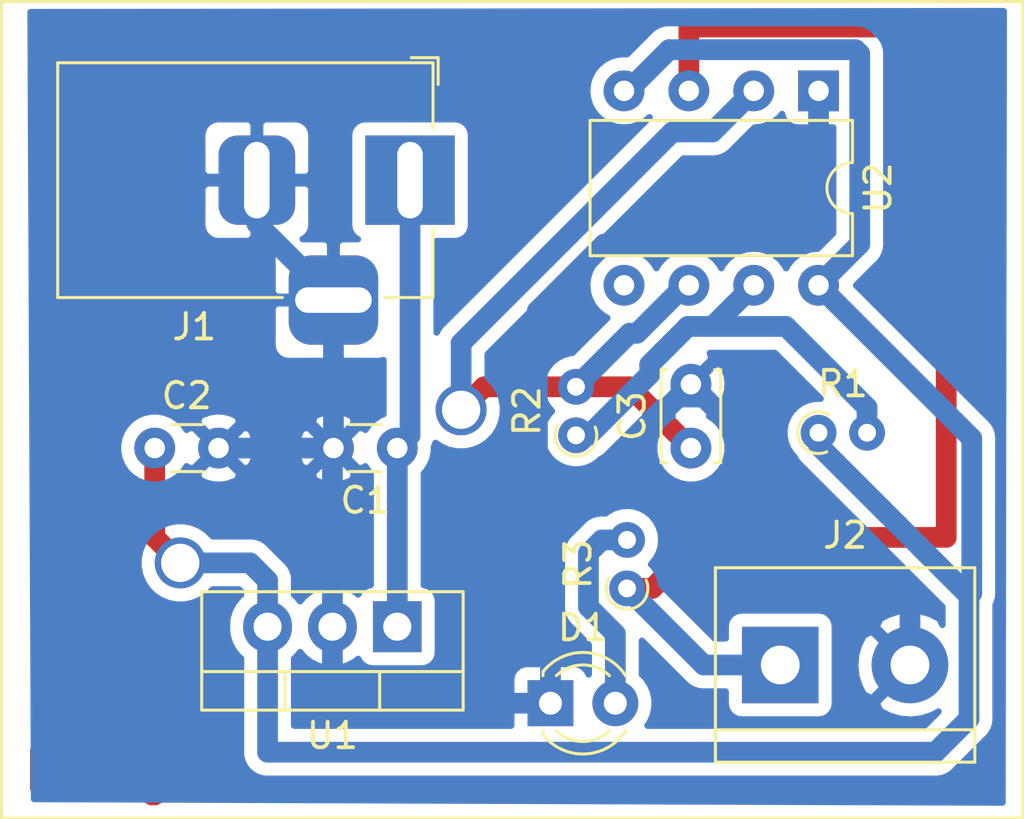
<source format=kicad_pcb>
(kicad_pcb (version 20171130) (host pcbnew "(5.1.2)-2")

  (general
    (thickness 1.6)
    (drawings 5)
    (tracks 87)
    (zones 0)
    (modules 11)
    (nets 9)
  )

  (page A4)
  (title_block
    (title "Project 2")
    (date 2019-06-25)
    (rev 2.0)
    (company "Fruti Fruticola")
  )

  (layers
    (0 F.Cu signal)
    (31 B.Cu signal)
    (32 B.Adhes user)
    (33 F.Adhes user)
    (34 B.Paste user)
    (35 F.Paste user)
    (36 B.SilkS user)
    (37 F.SilkS user)
    (38 B.Mask user)
    (39 F.Mask user)
    (40 Dwgs.User user)
    (41 Cmts.User user)
    (42 Eco1.User user)
    (43 Eco2.User user)
    (44 Edge.Cuts user)
    (45 Margin user)
    (46 B.CrtYd user)
    (47 F.CrtYd user)
    (48 B.Fab user)
    (49 F.Fab user)
  )

  (setup
    (last_trace_width 0.8128)
    (user_trace_width 0.3048)
    (user_trace_width 0.4064)
    (user_trace_width 0.508)
    (user_trace_width 0.6096)
    (user_trace_width 0.8128)
    (trace_clearance 0.4064)
    (zone_clearance 0.508)
    (zone_45_only no)
    (trace_min 0.3048)
    (via_size 1.2)
    (via_drill 0.8)
    (via_min_size 1.2)
    (via_min_drill 0.5)
    (user_via 1.2 0.8)
    (user_via 1.5 0.5)
    (user_via 2 1.5)
    (uvia_size 0.508)
    (uvia_drill 0.127)
    (uvias_allowed no)
    (uvia_min_size 0.508)
    (uvia_min_drill 0.127)
    (edge_width 0.05)
    (segment_width 0.2)
    (pcb_text_width 0.3)
    (pcb_text_size 1.5 1.5)
    (mod_edge_width 0.12)
    (mod_text_size 1 1)
    (mod_text_width 0.15)
    (pad_size 1.524 1.524)
    (pad_drill 0.762)
    (pad_to_mask_clearance 0.051)
    (solder_mask_min_width 0.25)
    (aux_axis_origin 0 0)
    (visible_elements 7FFDFFFF)
    (pcbplotparams
      (layerselection 0x010fc_ffffffff)
      (usegerberextensions false)
      (usegerberattributes false)
      (usegerberadvancedattributes false)
      (creategerberjobfile false)
      (excludeedgelayer true)
      (linewidth 0.100000)
      (plotframeref false)
      (viasonmask false)
      (mode 1)
      (useauxorigin false)
      (hpglpennumber 1)
      (hpglpenspeed 20)
      (hpglpendiameter 15.000000)
      (psnegative false)
      (psa4output false)
      (plotreference true)
      (plotvalue true)
      (plotinvisibletext false)
      (padsonsilk false)
      (subtractmaskfromsilk false)
      (outputformat 1)
      (mirror false)
      (drillshape 0)
      (scaleselection 1)
      (outputdirectory ""))
  )

  (net 0 "")
  (net 1 +12V)
  (net 2 GND)
  (net 3 VCC)
  (net 4 "Net-(C3-Pad1)")
  (net 5 "Net-(D1-Pad2)")
  (net 6 /OUT)
  (net 7 "Net-(R1-Pad2)")
  (net 8 "Net-(U2-Pad5)")

  (net_class Default "Esta es la clase de red por defecto."
    (clearance 0.4064)
    (trace_width 0.3048)
    (via_dia 1.2)
    (via_drill 0.8)
    (uvia_dia 0.508)
    (uvia_drill 0.127)
    (diff_pair_width 0.3048)
    (diff_pair_gap 0.25)
    (add_net /OUT)
    (add_net GND)
    (add_net "Net-(C3-Pad1)")
    (add_net "Net-(D1-Pad2)")
    (add_net "Net-(R1-Pad2)")
    (add_net "Net-(U2-Pad5)")
    (add_net VCC)
  )

  (net_class Alimentación ""
    (clearance 0.508)
    (trace_width 1.106)
    (via_dia 2)
    (via_drill 1.5)
    (uvia_dia 0.508)
    (uvia_drill 0.127)
    (diff_pair_width 0.3048)
    (diff_pair_gap 0.25)
    (add_net +12V)
  )

  (module Capacitor_THT:C_Disc_D3.0mm_W1.6mm_P2.50mm (layer F.Cu) (tedit 5AE50EF0) (tstamp 5D1218FD)
    (at 139.5 98.5 180)
    (descr "C, Disc series, Radial, pin pitch=2.50mm, , diameter*width=3.0*1.6mm^2, Capacitor, http://www.vishay.com/docs/45233/krseries.pdf")
    (tags "C Disc series Radial pin pitch 2.50mm  diameter 3.0mm width 1.6mm Capacitor")
    (path /5D11BCF1)
    (fp_text reference C1 (at 1.25 -2.05) (layer F.SilkS)
      (effects (font (size 1 1) (thickness 0.15)))
    )
    (fp_text value "100 uF" (at 1.25 2.05) (layer F.Fab)
      (effects (font (size 1 1) (thickness 0.15)))
    )
    (fp_line (start -0.25 -0.8) (end -0.25 0.8) (layer F.Fab) (width 0.1))
    (fp_line (start -0.25 0.8) (end 2.75 0.8) (layer F.Fab) (width 0.1))
    (fp_line (start 2.75 0.8) (end 2.75 -0.8) (layer F.Fab) (width 0.1))
    (fp_line (start 2.75 -0.8) (end -0.25 -0.8) (layer F.Fab) (width 0.1))
    (fp_line (start 0.621 -0.92) (end 1.879 -0.92) (layer F.SilkS) (width 0.12))
    (fp_line (start 0.621 0.92) (end 1.879 0.92) (layer F.SilkS) (width 0.12))
    (fp_line (start -1.05 -1.05) (end -1.05 1.05) (layer F.CrtYd) (width 0.05))
    (fp_line (start -1.05 1.05) (end 3.55 1.05) (layer F.CrtYd) (width 0.05))
    (fp_line (start 3.55 1.05) (end 3.55 -1.05) (layer F.CrtYd) (width 0.05))
    (fp_line (start 3.55 -1.05) (end -1.05 -1.05) (layer F.CrtYd) (width 0.05))
    (fp_text user %R (at 1.5 0.5) (layer F.Fab)
      (effects (font (size 0.6 0.6) (thickness 0.09)))
    )
    (pad 1 thru_hole circle (at 0 0 180) (size 1.6 1.6) (drill 0.8) (layers *.Cu *.Mask)
      (net 1 +12V))
    (pad 2 thru_hole circle (at 2.5 0 180) (size 1.6 1.6) (drill 0.8) (layers *.Cu *.Mask)
      (net 2 GND))
    (model ${KISYS3DMOD}/Capacitor_THT.3dshapes/C_Disc_D3.0mm_W1.6mm_P2.50mm.wrl
      (at (xyz 0 0 0))
      (scale (xyz 1 1 1))
      (rotate (xyz 0 0 0))
    )
  )

  (module Capacitor_THT:C_Disc_D3.0mm_W1.6mm_P2.50mm (layer F.Cu) (tedit 5AE50EF0) (tstamp 5D120F74)
    (at 130 98.5)
    (descr "C, Disc series, Radial, pin pitch=2.50mm, , diameter*width=3.0*1.6mm^2, Capacitor, http://www.vishay.com/docs/45233/krseries.pdf")
    (tags "C Disc series Radial pin pitch 2.50mm  diameter 3.0mm width 1.6mm Capacitor")
    (path /5D11C4C2)
    (fp_text reference C2 (at 1.25 -2.05) (layer F.SilkS)
      (effects (font (size 1 1) (thickness 0.15)))
    )
    (fp_text value "100 uF" (at 1.25 2.05) (layer F.Fab)
      (effects (font (size 1 1) (thickness 0.15)))
    )
    (fp_text user %R (at 1.25 0) (layer F.Fab)
      (effects (font (size 0.6 0.6) (thickness 0.09)))
    )
    (fp_line (start 3.55 -1.05) (end -1.05 -1.05) (layer F.CrtYd) (width 0.05))
    (fp_line (start 3.55 1.05) (end 3.55 -1.05) (layer F.CrtYd) (width 0.05))
    (fp_line (start -1.05 1.05) (end 3.55 1.05) (layer F.CrtYd) (width 0.05))
    (fp_line (start -1.05 -1.05) (end -1.05 1.05) (layer F.CrtYd) (width 0.05))
    (fp_line (start 0.621 0.92) (end 1.879 0.92) (layer F.SilkS) (width 0.12))
    (fp_line (start 0.621 -0.92) (end 1.879 -0.92) (layer F.SilkS) (width 0.12))
    (fp_line (start 2.75 -0.8) (end -0.25 -0.8) (layer F.Fab) (width 0.1))
    (fp_line (start 2.75 0.8) (end 2.75 -0.8) (layer F.Fab) (width 0.1))
    (fp_line (start -0.25 0.8) (end 2.75 0.8) (layer F.Fab) (width 0.1))
    (fp_line (start -0.25 -0.8) (end -0.25 0.8) (layer F.Fab) (width 0.1))
    (pad 2 thru_hole circle (at 2.5 0) (size 1.6 1.6) (drill 0.8) (layers *.Cu *.Mask)
      (net 2 GND))
    (pad 1 thru_hole circle (at 0 0) (size 1.6 1.6) (drill 0.8) (layers *.Cu *.Mask)
      (net 3 VCC))
    (model ${KISYS3DMOD}/Capacitor_THT.3dshapes/C_Disc_D3.0mm_W1.6mm_P2.50mm.wrl
      (at (xyz 0 0 0))
      (scale (xyz 1 1 1))
      (rotate (xyz 0 0 0))
    )
  )

  (module Capacitor_THT:C_Disc_D3.4mm_W2.1mm_P2.50mm (layer F.Cu) (tedit 5AE50EF0) (tstamp 5D120F89)
    (at 151 98.5 90)
    (descr "C, Disc series, Radial, pin pitch=2.50mm, , diameter*width=3.4*2.1mm^2, Capacitor, http://www.vishay.com/docs/45233/krseries.pdf")
    (tags "C Disc series Radial pin pitch 2.50mm  diameter 3.4mm width 2.1mm Capacitor")
    (path /5D115FC6)
    (fp_text reference C3 (at 1.25 -2.3 90) (layer F.SilkS)
      (effects (font (size 1 1) (thickness 0.15)))
    )
    (fp_text value "10 nF" (at 1.25 2.3 90) (layer F.Fab)
      (effects (font (size 1 1) (thickness 0.15)))
    )
    (fp_line (start -0.45 -1.05) (end -0.45 1.05) (layer F.Fab) (width 0.1))
    (fp_line (start -0.45 1.05) (end 2.95 1.05) (layer F.Fab) (width 0.1))
    (fp_line (start 2.95 1.05) (end 2.95 -1.05) (layer F.Fab) (width 0.1))
    (fp_line (start 2.95 -1.05) (end -0.45 -1.05) (layer F.Fab) (width 0.1))
    (fp_line (start -0.57 -1.17) (end 3.07 -1.17) (layer F.SilkS) (width 0.12))
    (fp_line (start -0.57 1.17) (end 3.07 1.17) (layer F.SilkS) (width 0.12))
    (fp_line (start -0.57 -1.17) (end -0.57 -0.925) (layer F.SilkS) (width 0.12))
    (fp_line (start -0.57 0.925) (end -0.57 1.17) (layer F.SilkS) (width 0.12))
    (fp_line (start 3.07 -1.17) (end 3.07 -0.925) (layer F.SilkS) (width 0.12))
    (fp_line (start 3.07 0.925) (end 3.07 1.17) (layer F.SilkS) (width 0.12))
    (fp_line (start -1.05 -1.3) (end -1.05 1.3) (layer F.CrtYd) (width 0.05))
    (fp_line (start -1.05 1.3) (end 3.55 1.3) (layer F.CrtYd) (width 0.05))
    (fp_line (start 3.55 1.3) (end 3.55 -1.3) (layer F.CrtYd) (width 0.05))
    (fp_line (start 3.55 -1.3) (end -1.05 -1.3) (layer F.CrtYd) (width 0.05))
    (fp_text user %R (at 1.25 0) (layer F.Fab)
      (effects (font (size 0.68 0.68) (thickness 0.102)))
    )
    (pad 1 thru_hole circle (at 0 0 90) (size 1.6 1.6) (drill 0.8) (layers *.Cu *.Mask)
      (net 4 "Net-(C3-Pad1)"))
    (pad 2 thru_hole circle (at 2.5 0 90) (size 1.6 1.6) (drill 0.8) (layers *.Cu *.Mask)
      (net 2 GND))
    (model ${KISYS3DMOD}/Capacitor_THT.3dshapes/C_Disc_D3.4mm_W2.1mm_P2.50mm.wrl
      (at (xyz 0 0 0))
      (scale (xyz 1 1 1))
      (rotate (xyz 0 0 0))
    )
  )

  (module LED_THT:LED_D3.0mm (layer F.Cu) (tedit 587A3A7B) (tstamp 5D120F9C)
    (at 145.5 108.5)
    (descr "LED, diameter 3.0mm, 2 pins")
    (tags "LED diameter 3.0mm 2 pins")
    (path /5D121512)
    (fp_text reference D1 (at 1.27 -2.96) (layer F.SilkS)
      (effects (font (size 1 1) (thickness 0.15)))
    )
    (fp_text value LED (at 1.27 2.96) (layer F.Fab)
      (effects (font (size 1 1) (thickness 0.15)))
    )
    (fp_arc (start 1.27 0) (end -0.23 -1.16619) (angle 284.3) (layer F.Fab) (width 0.1))
    (fp_arc (start 1.27 0) (end -0.29 -1.235516) (angle 108.8) (layer F.SilkS) (width 0.12))
    (fp_arc (start 1.27 0) (end -0.29 1.235516) (angle -108.8) (layer F.SilkS) (width 0.12))
    (fp_arc (start 1.27 0) (end 0.229039 -1.08) (angle 87.9) (layer F.SilkS) (width 0.12))
    (fp_arc (start 1.27 0) (end 0.229039 1.08) (angle -87.9) (layer F.SilkS) (width 0.12))
    (fp_circle (center 1.27 0) (end 2.77 0) (layer F.Fab) (width 0.1))
    (fp_line (start -0.23 -1.16619) (end -0.23 1.16619) (layer F.Fab) (width 0.1))
    (fp_line (start -0.29 -1.236) (end -0.29 -1.08) (layer F.SilkS) (width 0.12))
    (fp_line (start -0.29 1.08) (end -0.29 1.236) (layer F.SilkS) (width 0.12))
    (fp_line (start -1.15 -2.25) (end -1.15 2.25) (layer F.CrtYd) (width 0.05))
    (fp_line (start -1.15 2.25) (end 3.7 2.25) (layer F.CrtYd) (width 0.05))
    (fp_line (start 3.7 2.25) (end 3.7 -2.25) (layer F.CrtYd) (width 0.05))
    (fp_line (start 3.7 -2.25) (end -1.15 -2.25) (layer F.CrtYd) (width 0.05))
    (pad 1 thru_hole rect (at 0 0) (size 1.8 1.8) (drill 0.9) (layers *.Cu *.Mask)
      (net 2 GND))
    (pad 2 thru_hole circle (at 2.54 0) (size 1.8 1.8) (drill 0.9) (layers *.Cu *.Mask)
      (net 5 "Net-(D1-Pad2)"))
    (model ${KISYS3DMOD}/LED_THT.3dshapes/LED_D3.0mm.wrl
      (at (xyz 0 0 0))
      (scale (xyz 1 1 1))
      (rotate (xyz 0 0 0))
    )
  )

  (module Connector_BarrelJack:BarrelJack_Horizontal (layer F.Cu) (tedit 5A1DBF6A) (tstamp 5D120FBF)
    (at 140 88)
    (descr "DC Barrel Jack")
    (tags "Power Jack")
    (path /5D10B3BA)
    (fp_text reference J1 (at -8.45 5.75) (layer F.SilkS)
      (effects (font (size 1 1) (thickness 0.15)))
    )
    (fp_text value jack (at -6.2 -5.5) (layer F.Fab)
      (effects (font (size 1 1) (thickness 0.15)))
    )
    (fp_text user %R (at -3 -2.95) (layer F.Fab)
      (effects (font (size 1 1) (thickness 0.15)))
    )
    (fp_line (start -0.003213 -4.505425) (end 0.8 -3.75) (layer F.Fab) (width 0.1))
    (fp_line (start 1.1 -3.75) (end 1.1 -4.8) (layer F.SilkS) (width 0.12))
    (fp_line (start 0.05 -4.8) (end 1.1 -4.8) (layer F.SilkS) (width 0.12))
    (fp_line (start 1 -4.5) (end 1 -4.75) (layer F.CrtYd) (width 0.05))
    (fp_line (start 1 -4.75) (end -14 -4.75) (layer F.CrtYd) (width 0.05))
    (fp_line (start 1 -4.5) (end 1 -2) (layer F.CrtYd) (width 0.05))
    (fp_line (start 1 -2) (end 2 -2) (layer F.CrtYd) (width 0.05))
    (fp_line (start 2 -2) (end 2 2) (layer F.CrtYd) (width 0.05))
    (fp_line (start 2 2) (end 1 2) (layer F.CrtYd) (width 0.05))
    (fp_line (start 1 2) (end 1 4.75) (layer F.CrtYd) (width 0.05))
    (fp_line (start 1 4.75) (end -1 4.75) (layer F.CrtYd) (width 0.05))
    (fp_line (start -1 4.75) (end -1 6.75) (layer F.CrtYd) (width 0.05))
    (fp_line (start -1 6.75) (end -5 6.75) (layer F.CrtYd) (width 0.05))
    (fp_line (start -5 6.75) (end -5 4.75) (layer F.CrtYd) (width 0.05))
    (fp_line (start -5 4.75) (end -14 4.75) (layer F.CrtYd) (width 0.05))
    (fp_line (start -14 4.75) (end -14 -4.75) (layer F.CrtYd) (width 0.05))
    (fp_line (start -5 4.6) (end -13.8 4.6) (layer F.SilkS) (width 0.12))
    (fp_line (start -13.8 4.6) (end -13.8 -4.6) (layer F.SilkS) (width 0.12))
    (fp_line (start 0.9 1.9) (end 0.9 4.6) (layer F.SilkS) (width 0.12))
    (fp_line (start 0.9 4.6) (end -1 4.6) (layer F.SilkS) (width 0.12))
    (fp_line (start -13.8 -4.6) (end 0.9 -4.6) (layer F.SilkS) (width 0.12))
    (fp_line (start 0.9 -4.6) (end 0.9 -2) (layer F.SilkS) (width 0.12))
    (fp_line (start -10.2 -4.5) (end -10.2 4.5) (layer F.Fab) (width 0.1))
    (fp_line (start -13.7 -4.5) (end -13.7 4.5) (layer F.Fab) (width 0.1))
    (fp_line (start -13.7 4.5) (end 0.8 4.5) (layer F.Fab) (width 0.1))
    (fp_line (start 0.8 4.5) (end 0.8 -3.75) (layer F.Fab) (width 0.1))
    (fp_line (start 0 -4.5) (end -13.7 -4.5) (layer F.Fab) (width 0.1))
    (pad 1 thru_hole rect (at 0 0) (size 3.5 3.5) (drill oval 1 3) (layers *.Cu *.Mask)
      (net 1 +12V))
    (pad 2 thru_hole roundrect (at -6 0) (size 3 3.5) (drill oval 1 3) (layers *.Cu *.Mask) (roundrect_rratio 0.25)
      (net 2 GND))
    (pad 3 thru_hole roundrect (at -3 4.7) (size 3.5 3.5) (drill oval 3 1) (layers *.Cu *.Mask) (roundrect_rratio 0.25)
      (net 2 GND))
    (model ${KISYS3DMOD}/Connector_BarrelJack.3dshapes/BarrelJack_Horizontal.wrl
      (at (xyz 0 0 0))
      (scale (xyz 1 1 1))
      (rotate (xyz 0 0 0))
    )
  )

  (module TerminalBlock:TerminalBlock_bornier-2_P5.08mm (layer F.Cu) (tedit 59FF03AB) (tstamp 5D120FD4)
    (at 154.5 107)
    (descr "simple 2-pin terminal block, pitch 5.08mm, revamped version of bornier2")
    (tags "terminal block bornier2")
    (path /5D12A045)
    (fp_text reference J2 (at 2.54 -5.08) (layer F.SilkS)
      (effects (font (size 1 1) (thickness 0.15)))
    )
    (fp_text value Conn_2 (at 2.54 5.08) (layer F.Fab)
      (effects (font (size 1 1) (thickness 0.15)))
    )
    (fp_text user %R (at 2.54 0) (layer F.Fab)
      (effects (font (size 1 1) (thickness 0.15)))
    )
    (fp_line (start -2.41 2.55) (end 7.49 2.55) (layer F.Fab) (width 0.1))
    (fp_line (start -2.46 -3.75) (end -2.46 3.75) (layer F.Fab) (width 0.1))
    (fp_line (start -2.46 3.75) (end 7.54 3.75) (layer F.Fab) (width 0.1))
    (fp_line (start 7.54 3.75) (end 7.54 -3.75) (layer F.Fab) (width 0.1))
    (fp_line (start 7.54 -3.75) (end -2.46 -3.75) (layer F.Fab) (width 0.1))
    (fp_line (start 7.62 2.54) (end -2.54 2.54) (layer F.SilkS) (width 0.12))
    (fp_line (start 7.62 3.81) (end 7.62 -3.81) (layer F.SilkS) (width 0.12))
    (fp_line (start 7.62 -3.81) (end -2.54 -3.81) (layer F.SilkS) (width 0.12))
    (fp_line (start -2.54 -3.81) (end -2.54 3.81) (layer F.SilkS) (width 0.12))
    (fp_line (start -2.54 3.81) (end 7.62 3.81) (layer F.SilkS) (width 0.12))
    (fp_line (start -2.71 -4) (end 7.79 -4) (layer F.CrtYd) (width 0.05))
    (fp_line (start -2.71 -4) (end -2.71 4) (layer F.CrtYd) (width 0.05))
    (fp_line (start 7.79 4) (end 7.79 -4) (layer F.CrtYd) (width 0.05))
    (fp_line (start 7.79 4) (end -2.71 4) (layer F.CrtYd) (width 0.05))
    (pad 1 thru_hole rect (at 0 0) (size 3 3) (drill 1.52) (layers *.Cu *.Mask)
      (net 6 /OUT))
    (pad 2 thru_hole circle (at 5.08 0) (size 3 3) (drill 1.52) (layers *.Cu *.Mask)
      (net 2 GND))
    (model ${KISYS3DMOD}/TerminalBlock.3dshapes/TerminalBlock_bornier-2_P5.08mm.wrl
      (offset (xyz 2.539999961853027 0 0))
      (scale (xyz 1 1 1))
      (rotate (xyz 0 0 0))
    )
  )

  (module Resistor_THT:R_Axial_DIN0204_L3.6mm_D1.6mm_P1.90mm_Vertical (layer F.Cu) (tedit 5AE5139B) (tstamp 5D120FE2)
    (at 156 97.9)
    (descr "Resistor, Axial_DIN0204 series, Axial, Vertical, pin pitch=1.9mm, 0.167W, length*diameter=3.6*1.6mm^2, http://cdn-reichelt.de/documents/datenblatt/B400/1_4W%23YAG.pdf")
    (tags "Resistor Axial_DIN0204 series Axial Vertical pin pitch 1.9mm 0.167W length 3.6mm diameter 1.6mm")
    (path /5D110A4B)
    (fp_text reference R1 (at 0.95 -1.92) (layer F.SilkS)
      (effects (font (size 1 1) (thickness 0.15)))
    )
    (fp_text value "10 K" (at 0.95 1.92) (layer F.Fab)
      (effects (font (size 1 1) (thickness 0.15)))
    )
    (fp_arc (start 0 0) (end 0.417133 -0.7) (angle -233.92106) (layer F.SilkS) (width 0.12))
    (fp_circle (center 0 0) (end 0.8 0) (layer F.Fab) (width 0.1))
    (fp_line (start 0 0) (end 1.9 0) (layer F.Fab) (width 0.1))
    (fp_line (start -1.05 -1.05) (end -1.05 1.05) (layer F.CrtYd) (width 0.05))
    (fp_line (start -1.05 1.05) (end 2.86 1.05) (layer F.CrtYd) (width 0.05))
    (fp_line (start 2.86 1.05) (end 2.86 -1.05) (layer F.CrtYd) (width 0.05))
    (fp_line (start 2.86 -1.05) (end -1.05 -1.05) (layer F.CrtYd) (width 0.05))
    (fp_text user %R (at 0.95 -1.92) (layer F.Fab)
      (effects (font (size 1 1) (thickness 0.15)))
    )
    (pad 1 thru_hole circle (at 0 0) (size 1.4 1.4) (drill 0.7) (layers *.Cu *.Mask)
      (net 3 VCC))
    (pad 2 thru_hole oval (at 1.9 0) (size 1.4 1.4) (drill 0.7) (layers *.Cu *.Mask)
      (net 7 "Net-(R1-Pad2)"))
    (model ${KISYS3DMOD}/Resistor_THT.3dshapes/R_Axial_DIN0204_L3.6mm_D1.6mm_P1.90mm_Vertical.wrl
      (at (xyz 0 0 0))
      (scale (xyz 1 1 1))
      (rotate (xyz 0 0 0))
    )
  )

  (module Resistor_THT:R_Axial_DIN0204_L3.6mm_D1.6mm_P1.90mm_Vertical (layer F.Cu) (tedit 5AE5139B) (tstamp 5D120FF0)
    (at 146.5 98 90)
    (descr "Resistor, Axial_DIN0204 series, Axial, Vertical, pin pitch=1.9mm, 0.167W, length*diameter=3.6*1.6mm^2, http://cdn-reichelt.de/documents/datenblatt/B400/1_4W%23YAG.pdf")
    (tags "Resistor Axial_DIN0204 series Axial Vertical pin pitch 1.9mm 0.167W length 3.6mm diameter 1.6mm")
    (path /5D1126CE)
    (fp_text reference R2 (at 0.95 -1.92 90) (layer F.SilkS)
      (effects (font (size 1 1) (thickness 0.15)))
    )
    (fp_text value 120 (at 0.95 1.92 90) (layer F.Fab)
      (effects (font (size 1 1) (thickness 0.15)))
    )
    (fp_arc (start 0 0) (end 0.417133 -0.7) (angle -233.92106) (layer F.SilkS) (width 0.12))
    (fp_circle (center 0 0) (end 0.8 0) (layer F.Fab) (width 0.1))
    (fp_line (start 0 0) (end 1.9 0) (layer F.Fab) (width 0.1))
    (fp_line (start -1.05 -1.05) (end -1.05 1.05) (layer F.CrtYd) (width 0.05))
    (fp_line (start -1.05 1.05) (end 2.86 1.05) (layer F.CrtYd) (width 0.05))
    (fp_line (start 2.86 1.05) (end 2.86 -1.05) (layer F.CrtYd) (width 0.05))
    (fp_line (start 2.86 -1.05) (end -1.05 -1.05) (layer F.CrtYd) (width 0.05))
    (fp_text user %R (at 0.95 -1.92 90) (layer F.Fab)
      (effects (font (size 1 1) (thickness 0.15)))
    )
    (pad 1 thru_hole circle (at 0 0 90) (size 1.4 1.4) (drill 0.7) (layers *.Cu *.Mask)
      (net 7 "Net-(R1-Pad2)"))
    (pad 2 thru_hole oval (at 1.9 0 90) (size 1.4 1.4) (drill 0.7) (layers *.Cu *.Mask)
      (net 4 "Net-(C3-Pad1)"))
    (model ${KISYS3DMOD}/Resistor_THT.3dshapes/R_Axial_DIN0204_L3.6mm_D1.6mm_P1.90mm_Vertical.wrl
      (at (xyz 0 0 0))
      (scale (xyz 1 1 1))
      (rotate (xyz 0 0 0))
    )
  )

  (module Resistor_THT:R_Axial_DIN0204_L3.6mm_D1.6mm_P1.90mm_Vertical (layer F.Cu) (tedit 5AE5139B) (tstamp 5D120FFE)
    (at 148.5 104 90)
    (descr "Resistor, Axial_DIN0204 series, Axial, Vertical, pin pitch=1.9mm, 0.167W, length*diameter=3.6*1.6mm^2, http://cdn-reichelt.de/documents/datenblatt/B400/1_4W%23YAG.pdf")
    (tags "Resistor Axial_DIN0204 series Axial Vertical pin pitch 1.9mm 0.167W length 3.6mm diameter 1.6mm")
    (path /5D120A2A)
    (fp_text reference R3 (at 0.95 -1.92 90) (layer F.SilkS)
      (effects (font (size 1 1) (thickness 0.15)))
    )
    (fp_text value 330 (at 0.95 1.92 90) (layer F.Fab)
      (effects (font (size 1 1) (thickness 0.15)))
    )
    (fp_text user %R (at 0.95 -1.92 90) (layer F.Fab)
      (effects (font (size 1 1) (thickness 0.15)))
    )
    (fp_line (start 2.86 -1.05) (end -1.05 -1.05) (layer F.CrtYd) (width 0.05))
    (fp_line (start 2.86 1.05) (end 2.86 -1.05) (layer F.CrtYd) (width 0.05))
    (fp_line (start -1.05 1.05) (end 2.86 1.05) (layer F.CrtYd) (width 0.05))
    (fp_line (start -1.05 -1.05) (end -1.05 1.05) (layer F.CrtYd) (width 0.05))
    (fp_line (start 0 0) (end 1.9 0) (layer F.Fab) (width 0.1))
    (fp_circle (center 0 0) (end 0.8 0) (layer F.Fab) (width 0.1))
    (fp_arc (start 0 0) (end 0.417133 -0.7) (angle -233.92106) (layer F.SilkS) (width 0.12))
    (pad 2 thru_hole oval (at 1.9 0 90) (size 1.4 1.4) (drill 0.7) (layers *.Cu *.Mask)
      (net 5 "Net-(D1-Pad2)"))
    (pad 1 thru_hole circle (at 0 0 90) (size 1.4 1.4) (drill 0.7) (layers *.Cu *.Mask)
      (net 6 /OUT))
    (model ${KISYS3DMOD}/Resistor_THT.3dshapes/R_Axial_DIN0204_L3.6mm_D1.6mm_P1.90mm_Vertical.wrl
      (at (xyz 0 0 0))
      (scale (xyz 1 1 1))
      (rotate (xyz 0 0 0))
    )
  )

  (module Package_TO_SOT_THT:TO-220-3_Vertical (layer F.Cu) (tedit 5AC8BA0D) (tstamp 5D121018)
    (at 139.5 105.5 180)
    (descr "TO-220-3, Vertical, RM 2.54mm, see https://www.vishay.com/docs/66542/to-220-1.pdf")
    (tags "TO-220-3 Vertical RM 2.54mm")
    (path /5D110D58)
    (fp_text reference U1 (at 2.54 -4.27) (layer F.SilkS)
      (effects (font (size 1 1) (thickness 0.15)))
    )
    (fp_text value LM7805_TO220 (at 2.54 2.5) (layer F.Fab)
      (effects (font (size 1 1) (thickness 0.15)))
    )
    (fp_line (start -2.46 -3.15) (end -2.46 1.25) (layer F.Fab) (width 0.1))
    (fp_line (start -2.46 1.25) (end 7.54 1.25) (layer F.Fab) (width 0.1))
    (fp_line (start 7.54 1.25) (end 7.54 -3.15) (layer F.Fab) (width 0.1))
    (fp_line (start 7.54 -3.15) (end -2.46 -3.15) (layer F.Fab) (width 0.1))
    (fp_line (start -2.46 -1.88) (end 7.54 -1.88) (layer F.Fab) (width 0.1))
    (fp_line (start 0.69 -3.15) (end 0.69 -1.88) (layer F.Fab) (width 0.1))
    (fp_line (start 4.39 -3.15) (end 4.39 -1.88) (layer F.Fab) (width 0.1))
    (fp_line (start -2.58 -3.27) (end 7.66 -3.27) (layer F.SilkS) (width 0.12))
    (fp_line (start -2.58 1.371) (end 7.66 1.371) (layer F.SilkS) (width 0.12))
    (fp_line (start -2.58 -3.27) (end -2.58 1.371) (layer F.SilkS) (width 0.12))
    (fp_line (start 7.66 -3.27) (end 7.66 1.371) (layer F.SilkS) (width 0.12))
    (fp_line (start -2.58 -1.76) (end 7.66 -1.76) (layer F.SilkS) (width 0.12))
    (fp_line (start 0.69 -3.27) (end 0.69 -1.76) (layer F.SilkS) (width 0.12))
    (fp_line (start 4.391 -3.27) (end 4.391 -1.76) (layer F.SilkS) (width 0.12))
    (fp_line (start -2.71 -3.4) (end -2.71 1.51) (layer F.CrtYd) (width 0.05))
    (fp_line (start -2.71 1.51) (end 7.79 1.51) (layer F.CrtYd) (width 0.05))
    (fp_line (start 7.79 1.51) (end 7.79 -3.4) (layer F.CrtYd) (width 0.05))
    (fp_line (start 7.79 -3.4) (end -2.71 -3.4) (layer F.CrtYd) (width 0.05))
    (fp_text user %R (at 2.54 -4.27) (layer F.Fab)
      (effects (font (size 1 1) (thickness 0.15)))
    )
    (pad 1 thru_hole rect (at 0 0 180) (size 1.905 2) (drill 1.1) (layers *.Cu *.Mask)
      (net 1 +12V))
    (pad 2 thru_hole oval (at 2.54 0 180) (size 1.905 2) (drill 1.1) (layers *.Cu *.Mask)
      (net 2 GND))
    (pad 3 thru_hole oval (at 5.08 0 180) (size 1.905 2) (drill 1.1) (layers *.Cu *.Mask)
      (net 3 VCC))
    (model ${KISYS3DMOD}/Package_TO_SOT_THT.3dshapes/TO-220-3_Vertical.wrl
      (at (xyz 0 0 0))
      (scale (xyz 1 1 1))
      (rotate (xyz 0 0 0))
    )
  )

  (module Package_DIP:DIP-8_W7.62mm (layer F.Cu) (tedit 5A02E8C5) (tstamp 5D121034)
    (at 156 84.5 270)
    (descr "8-lead though-hole mounted DIP package, row spacing 7.62 mm (300 mils)")
    (tags "THT DIP DIL PDIP 2.54mm 7.62mm 300mil")
    (path /5D10EBD1)
    (fp_text reference U2 (at 3.81 -2.33 90) (layer F.SilkS)
      (effects (font (size 1 1) (thickness 0.15)))
    )
    (fp_text value LM555 (at 3.81 9.95 90) (layer F.Fab)
      (effects (font (size 1 1) (thickness 0.15)))
    )
    (fp_arc (start 3.81 -1.33) (end 2.81 -1.33) (angle -180) (layer F.SilkS) (width 0.12))
    (fp_line (start 1.635 -1.27) (end 6.985 -1.27) (layer F.Fab) (width 0.1))
    (fp_line (start 6.985 -1.27) (end 6.985 8.89) (layer F.Fab) (width 0.1))
    (fp_line (start 6.985 8.89) (end 0.635 8.89) (layer F.Fab) (width 0.1))
    (fp_line (start 0.635 8.89) (end 0.635 -0.27) (layer F.Fab) (width 0.1))
    (fp_line (start 0.635 -0.27) (end 1.635 -1.27) (layer F.Fab) (width 0.1))
    (fp_line (start 2.81 -1.33) (end 1.16 -1.33) (layer F.SilkS) (width 0.12))
    (fp_line (start 1.16 -1.33) (end 1.16 8.95) (layer F.SilkS) (width 0.12))
    (fp_line (start 1.16 8.95) (end 6.46 8.95) (layer F.SilkS) (width 0.12))
    (fp_line (start 6.46 8.95) (end 6.46 -1.33) (layer F.SilkS) (width 0.12))
    (fp_line (start 6.46 -1.33) (end 4.81 -1.33) (layer F.SilkS) (width 0.12))
    (fp_line (start -1.1 -1.55) (end -1.1 9.15) (layer F.CrtYd) (width 0.05))
    (fp_line (start -1.1 9.15) (end 8.7 9.15) (layer F.CrtYd) (width 0.05))
    (fp_line (start 8.7 9.15) (end 8.7 -1.55) (layer F.CrtYd) (width 0.05))
    (fp_line (start 8.7 -1.55) (end -1.1 -1.55) (layer F.CrtYd) (width 0.05))
    (fp_text user %R (at 3.81 3.81 90) (layer F.Fab)
      (effects (font (size 1 1) (thickness 0.15)))
    )
    (pad 1 thru_hole rect (at 0 0 270) (size 1.6 1.6) (drill 0.8) (layers *.Cu *.Mask)
      (net 2 GND))
    (pad 5 thru_hole oval (at 7.62 7.62 270) (size 1.6 1.6) (drill 0.8) (layers *.Cu *.Mask)
      (net 8 "Net-(U2-Pad5)"))
    (pad 2 thru_hole oval (at 0 2.54 270) (size 1.6 1.6) (drill 0.8) (layers *.Cu *.Mask)
      (net 4 "Net-(C3-Pad1)"))
    (pad 6 thru_hole oval (at 7.62 5.08 270) (size 1.6 1.6) (drill 0.8) (layers *.Cu *.Mask)
      (net 4 "Net-(C3-Pad1)"))
    (pad 3 thru_hole oval (at 0 5.08 270) (size 1.6 1.6) (drill 0.8) (layers *.Cu *.Mask)
      (net 6 /OUT))
    (pad 7 thru_hole oval (at 7.62 2.54 270) (size 1.6 1.6) (drill 0.8) (layers *.Cu *.Mask)
      (net 7 "Net-(R1-Pad2)"))
    (pad 4 thru_hole oval (at 0 7.62 270) (size 1.6 1.6) (drill 0.8) (layers *.Cu *.Mask)
      (net 3 VCC))
    (pad 8 thru_hole oval (at 7.62 0 270) (size 1.6 1.6) (drill 0.8) (layers *.Cu *.Mask)
      (net 3 VCC))
    (model ${KISYS3DMOD}/Package_DIP.3dshapes/DIP-8_W7.62mm.wrl
      (at (xyz 0 0 0))
      (scale (xyz 1 1 1))
      (rotate (xyz 0 0 0))
    )
  )

  (gr_text Frutgan (at 129.16 111.17) (layer F.Cu)
    (effects (font (size 1.5 1.5) (thickness 0.3)))
  )
  (gr_line (start 164 81) (end 124 81) (layer F.SilkS) (width 0.12) (tstamp 5D123ACD))
  (gr_line (start 164 113) (end 164 81) (layer F.SilkS) (width 0.12))
  (gr_line (start 124 113) (end 164 113) (layer F.SilkS) (width 0.12))
  (gr_line (start 124 81) (end 124 113) (layer F.SilkS) (width 0.12))

  (segment (start 140 98) (end 139.5 98.5) (width 0.8128) (layer B.Cu) (net 1))
  (segment (start 140 88) (end 140 98) (width 0.8128) (layer B.Cu) (net 1))
  (segment (start 139.5 98.5) (end 139.5 105.5) (width 0.8128) (layer B.Cu) (net 1))
  (segment (start 136.96 98.54) (end 137 98.5) (width 0.8128) (layer B.Cu) (net 2))
  (segment (start 136.96 105.5) (end 136.96 98.54) (width 0.8128) (layer B.Cu) (net 2))
  (segment (start 137 98.5) (end 132.5 98.5) (width 0.8128) (layer B.Cu) (net 2))
  (segment (start 137 92.7) (end 137 98.5) (width 0.8128) (layer B.Cu) (net 2))
  (segment (start 134 89.7) (end 137 92.7) (width 0.8128) (layer B.Cu) (net 2))
  (segment (start 134 88) (end 134 89.7) (width 0.8128) (layer B.Cu) (net 2))
  (segment (start 143.7872 108.5) (end 145.5 108.5) (width 0.8128) (layer B.Cu) (net 2))
  (segment (start 138.1472 108.5) (end 143.7872 108.5) (width 0.8128) (layer B.Cu) (net 2))
  (segment (start 136.96 107.3128) (end 138.1472 108.5) (width 0.8128) (layer B.Cu) (net 2))
  (segment (start 136.96 105.5) (end 136.96 107.3128) (width 0.8128) (layer B.Cu) (net 2))
  (segment (start 145.5 108.5) (end 145.5 101.5) (width 0.8128) (layer B.Cu) (net 2))
  (segment (start 151.5 96.5) (end 150.5 96.5) (width 0.8128) (layer B.Cu) (net 2))
  (segment (start 159.58 104.58) (end 151.5 96.5) (width 0.8128) (layer B.Cu) (net 2))
  (segment (start 159.58 107) (end 159.58 104.58) (width 0.8128) (layer B.Cu) (net 2))
  (segment (start 150.5 96.5) (end 151 96) (width 0.8128) (layer B.Cu) (net 2))
  (segment (start 144.987199 98.987199) (end 146.5 100.5) (width 0.8128) (layer B.Cu) (net 2))
  (segment (start 144.987199 93.125855) (end 144.987199 98.987199) (width 0.8128) (layer B.Cu) (net 2))
  (segment (start 147.605855 90.507199) (end 144.987199 93.125855) (width 0.8128) (layer B.Cu) (net 2))
  (segment (start 151.605601 90.507199) (end 147.605855 90.507199) (width 0.8128) (layer B.Cu) (net 2))
  (segment (start 156 86.1128) (end 151.605601 90.507199) (width 0.8128) (layer B.Cu) (net 2))
  (segment (start 156 84.5) (end 156 86.1128) (width 0.8128) (layer B.Cu) (net 2))
  (segment (start 146.5 100.5) (end 150.5 96.5) (width 0.8128) (layer B.Cu) (net 2))
  (segment (start 145.5 101.5) (end 146.5 100.5) (width 0.8128) (layer B.Cu) (net 2))
  (segment (start 134.42 103.6872) (end 133.7328 103) (width 0.8128) (layer B.Cu) (net 3))
  (segment (start 133.7328 103) (end 131 103) (width 0.8128) (layer B.Cu) (net 3))
  (segment (start 130 102) (end 131 103) (width 0.8128) (layer F.Cu) (net 3))
  (via (at 131 103) (size 2) (drill 1.5) (layers F.Cu B.Cu) (net 3))
  (segment (start 134.42 105.5) (end 134.42 103.6872) (width 0.8128) (layer B.Cu) (net 3))
  (segment (start 134.42 105.5) (end 134.42 110.42) (width 0.8128) (layer B.Cu) (net 3))
  (segment (start 134.42 110.42) (end 160.58 110.42) (width 0.8128) (layer B.Cu) (net 3))
  (segment (start 156.699999 99.099999) (end 156 98.4) (width 0.8128) (layer B.Cu) (net 3))
  (segment (start 161.892801 104.292801) (end 156.699999 99.099999) (width 0.8128) (layer B.Cu) (net 3))
  (segment (start 161.892801 109.107199) (end 161.892801 104.292801) (width 0.8128) (layer B.Cu) (net 3))
  (segment (start 160.58 110.42) (end 161.892801 109.107199) (width 0.8128) (layer B.Cu) (net 3))
  (segment (start 156.799999 91.320001) (end 156 92.12) (width 0.8128) (layer B.Cu) (net 3))
  (segment (start 157.612801 83.049759) (end 157.612801 90.507199) (width 0.8128) (layer B.Cu) (net 3))
  (segment (start 157.450241 82.887199) (end 157.612801 83.049759) (width 0.8128) (layer B.Cu) (net 3))
  (segment (start 150.145855 82.887199) (end 157.450241 82.887199) (width 0.8128) (layer B.Cu) (net 3))
  (segment (start 148.38 84.653054) (end 150.145855 82.887199) (width 0.8128) (layer B.Cu) (net 3))
  (segment (start 157.612801 90.507199) (end 156.799999 91.320001) (width 0.8128) (layer B.Cu) (net 3))
  (segment (start 148.38 84.5) (end 148.38 84.653054) (width 0.8128) (layer B.Cu) (net 3))
  (segment (start 156 92.12) (end 162 98.12) (width 0.8128) (layer B.Cu) (net 3))
  (segment (start 162 104.185602) (end 161.892801 104.292801) (width 0.8128) (layer B.Cu) (net 3))
  (segment (start 162 98.12) (end 162 104.185602) (width 0.8128) (layer B.Cu) (net 3))
  (segment (start 130 98.5) (end 130 102) (width 0.8128) (layer F.Cu) (net 3))
  (segment (start 150.768832 92.12) (end 150.92 92.12) (width 0.8128) (layer B.Cu) (net 4))
  (segment (start 148.888832 94) (end 150.768832 92.12) (width 0.8128) (layer B.Cu) (net 4))
  (segment (start 148.6 94) (end 148.888832 94) (width 0.8128) (layer B.Cu) (net 4))
  (segment (start 146.5 96.1) (end 148.6 94) (width 0.8128) (layer B.Cu) (net 4))
  (segment (start 150.276031 86.112801) (end 142 94.388832) (width 0.8128) (layer B.Cu) (net 4))
  (segment (start 153.46 84.5) (end 151.847199 86.112801) (width 0.8128) (layer B.Cu) (net 4))
  (segment (start 151.847199 86.112801) (end 150.276031 86.112801) (width 0.8128) (layer B.Cu) (net 4))
  (segment (start 142 94.388832) (end 142 97) (width 0.8128) (layer B.Cu) (net 4))
  (segment (start 146.5 96.1) (end 142.9 96.1) (width 0.8128) (layer F.Cu) (net 4))
  (segment (start 142.9 96.1) (end 142 97) (width 0.8128) (layer F.Cu) (net 4))
  (segment (start 142 97) (end 142 97) (width 0.8128) (layer F.Cu) (net 4) (tstamp 5D124040))
  (segment (start 148.6 96.1) (end 146.5 96.1) (width 0.8128) (layer F.Cu) (net 4))
  (segment (start 151 98.5) (end 148.6 96.1) (width 0.8128) (layer F.Cu) (net 4))
  (via (at 142 97) (size 2) (drill 1.5) (layers F.Cu B.Cu) (net 4))
  (segment (start 147.510051 102.1) (end 148.5 102.1) (width 0.8128) (layer B.Cu) (net 5))
  (segment (start 146.987199 102.622852) (end 147.510051 102.1) (width 0.8128) (layer B.Cu) (net 5))
  (segment (start 146.987199 104.726145) (end 146.987199 102.622852) (width 0.8128) (layer B.Cu) (net 5))
  (segment (start 148.04 105.778946) (end 146.987199 104.726145) (width 0.8128) (layer B.Cu) (net 5))
  (segment (start 148.04 108.5) (end 148.04 105.778946) (width 0.8128) (layer B.Cu) (net 5))
  (segment (start 151.5 107) (end 148.5 104) (width 0.8128) (layer B.Cu) (net 6))
  (segment (start 154.5 107) (end 151.5 107) (width 0.8128) (layer B.Cu) (net 6))
  (segment (start 151 102.489949) (end 149.489949 104) (width 0.8128) (layer F.Cu) (net 6))
  (segment (start 149.489949 104) (end 148.5 104) (width 0.8128) (layer F.Cu) (net 6))
  (segment (start 150.92 84.5) (end 150.92 82.08) (width 0.8128) (layer F.Cu) (net 6))
  (segment (start 150.92 82.08) (end 151 82) (width 0.8128) (layer F.Cu) (net 6))
  (segment (start 151 82) (end 161 82) (width 0.8128) (layer F.Cu) (net 6))
  (segment (start 161 82) (end 161 102) (width 0.8128) (layer F.Cu) (net 6))
  (segment (start 161 102) (end 151 102) (width 0.8128) (layer F.Cu) (net 6))
  (segment (start 151 102) (end 151 102.489949) (width 0.8128) (layer F.Cu) (net 6))
  (segment (start 152.660001 92.919999) (end 153.46 92.12) (width 0.8128) (layer B.Cu) (net 7))
  (segment (start 151.847199 93.732801) (end 152.660001 92.919999) (width 0.8128) (layer B.Cu) (net 7))
  (segment (start 150.880253 93.732801) (end 151.847199 93.732801) (width 0.8128) (layer B.Cu) (net 7))
  (segment (start 149.387199 95.225855) (end 150.880253 93.732801) (width 0.8128) (layer B.Cu) (net 7))
  (segment (start 149.387199 95.612801) (end 149.387199 95.225855) (width 0.8128) (layer B.Cu) (net 7))
  (segment (start 147 98) (end 149.387199 95.612801) (width 0.8128) (layer B.Cu) (net 7))
  (segment (start 146.5 98) (end 147 98) (width 0.8128) (layer B.Cu) (net 7))
  (segment (start 154.72275 93.732801) (end 151.847199 93.732801) (width 0.8128) (layer B.Cu) (net 7))
  (segment (start 157.9 96.910051) (end 154.72275 93.732801) (width 0.8128) (layer B.Cu) (net 7))
  (segment (start 157.9 97.9) (end 157.9 96.910051) (width 0.8128) (layer B.Cu) (net 7))

  (zone (net 2) (net_name GND) (layer B.Cu) (tstamp 0) (hatch edge 0.508)
    (connect_pads (clearance 0.508))
    (min_thickness 0.254)
    (fill yes (arc_segments 32) (thermal_gap 0.508) (thermal_bridge_width 0.508))
    (polygon
      (pts
        (xy 163.38 81.25) (xy 125.01 81.29) (xy 125.15 112.38) (xy 163.33 112.52) (xy 163.33 112.45)
        (xy 163.26 112.45) (xy 163.33 112.55)
      )
    )
    (filled_polygon
      (pts
        (xy 163.203251 112.392535) (xy 125.276432 112.253463) (xy 125.234039 102.838967) (xy 129.365 102.838967) (xy 129.365 103.161033)
        (xy 129.427832 103.476912) (xy 129.551082 103.774463) (xy 129.730013 104.042252) (xy 129.957748 104.269987) (xy 130.225537 104.448918)
        (xy 130.523088 104.572168) (xy 130.838967 104.635) (xy 131.161033 104.635) (xy 131.476912 104.572168) (xy 131.774463 104.448918)
        (xy 132.042252 104.269987) (xy 132.269987 104.042252) (xy 132.270556 104.0414) (xy 133.301439 104.0414) (xy 133.378601 104.118562)
        (xy 133.378601 104.253496) (xy 133.292037 104.324537) (xy 133.093655 104.566265) (xy 132.946245 104.842051) (xy 132.85547 105.141296)
        (xy 132.8325 105.374514) (xy 132.8325 105.625485) (xy 132.85547 105.858703) (xy 132.946245 106.157948) (xy 133.093655 106.433734)
        (xy 133.292037 106.675463) (xy 133.3786 106.746504) (xy 133.378601 110.368838) (xy 133.373562 110.42) (xy 133.393669 110.62415)
        (xy 133.453217 110.820454) (xy 133.549919 111.00137) (xy 133.680057 111.159943) (xy 133.83863 111.290081) (xy 134.019546 111.386783)
        (xy 134.21585 111.446331) (xy 134.368848 111.4614) (xy 134.368849 111.4614) (xy 134.42 111.466438) (xy 134.471152 111.4614)
        (xy 160.528859 111.4614) (xy 160.58 111.466437) (xy 160.631141 111.4614) (xy 160.631152 111.4614) (xy 160.78415 111.446331)
        (xy 160.980454 111.386783) (xy 161.16137 111.290081) (xy 161.319943 111.159943) (xy 161.352552 111.120209) (xy 162.593015 109.879747)
        (xy 162.632744 109.847142) (xy 162.762882 109.688569) (xy 162.859584 109.507653) (xy 162.919132 109.311349) (xy 162.934201 109.158351)
        (xy 162.934201 109.158341) (xy 162.939238 109.107199) (xy 162.934201 109.056058) (xy 162.934201 104.647012) (xy 162.966783 104.586056)
        (xy 163.026331 104.389752) (xy 163.0414 104.236754) (xy 163.0414 104.236744) (xy 163.046437 104.185603) (xy 163.0414 104.134461)
        (xy 163.0414 98.171141) (xy 163.046437 98.119999) (xy 163.0414 98.068858) (xy 163.0414 98.068848) (xy 163.026331 97.91585)
        (xy 162.966783 97.719546) (xy 162.949335 97.686903) (xy 162.870081 97.538629) (xy 162.77255 97.419788) (xy 162.772547 97.419785)
        (xy 162.739943 97.380057) (xy 162.700215 97.347453) (xy 157.472762 92.12) (xy 157.572549 92.020213) (xy 157.572553 92.020208)
        (xy 158.313015 91.279747) (xy 158.352744 91.247142) (xy 158.385348 91.207414) (xy 158.385352 91.20741) (xy 158.482882 91.088569)
        (xy 158.556949 90.95) (xy 158.579584 90.907653) (xy 158.639132 90.711349) (xy 158.654201 90.558351) (xy 158.654201 90.558343)
        (xy 158.659238 90.507199) (xy 158.654201 90.456055) (xy 158.654201 83.100903) (xy 158.659238 83.049759) (xy 158.654201 82.998615)
        (xy 158.654201 82.998607) (xy 158.639132 82.845609) (xy 158.579584 82.649305) (xy 158.482882 82.468389) (xy 158.352744 82.309816)
        (xy 158.31301 82.277207) (xy 158.222793 82.18699) (xy 158.190184 82.147256) (xy 158.031611 82.017118) (xy 157.850695 81.920416)
        (xy 157.654391 81.860868) (xy 157.501393 81.845799) (xy 157.501382 81.845799) (xy 157.450241 81.840762) (xy 157.3991 81.845799)
        (xy 150.196996 81.845799) (xy 150.145854 81.840762) (xy 150.094713 81.845799) (xy 150.094703 81.845799) (xy 149.941705 81.860868)
        (xy 149.745401 81.920416) (xy 149.745399 81.920417) (xy 149.564485 82.017118) (xy 149.445643 82.114649) (xy 149.44564 82.114652)
        (xy 149.405912 82.147256) (xy 149.373308 82.186985) (xy 148.491276 83.069017) (xy 148.450492 83.065) (xy 148.309508 83.065)
        (xy 148.098691 83.085764) (xy 147.828192 83.167818) (xy 147.578899 83.301068) (xy 147.360392 83.480392) (xy 147.181068 83.698899)
        (xy 147.047818 83.948192) (xy 146.965764 84.218691) (xy 146.938057 84.5) (xy 146.965764 84.781309) (xy 147.047818 85.051808)
        (xy 147.181068 85.301101) (xy 147.360392 85.519608) (xy 147.578899 85.698932) (xy 147.828192 85.832182) (xy 148.098691 85.914236)
        (xy 148.309508 85.935) (xy 148.450492 85.935) (xy 148.661309 85.914236) (xy 148.931808 85.832182) (xy 149.181101 85.698932)
        (xy 149.382064 85.534006) (xy 141.299791 93.61628) (xy 141.260057 93.648889) (xy 141.129919 93.807462) (xy 141.0414 93.97307)
        (xy 141.0414 90.388072) (xy 141.75 90.388072) (xy 141.874482 90.375812) (xy 141.99418 90.339502) (xy 142.104494 90.280537)
        (xy 142.201185 90.201185) (xy 142.280537 90.104494) (xy 142.339502 89.99418) (xy 142.375812 89.874482) (xy 142.388072 89.75)
        (xy 142.388072 86.25) (xy 142.375812 86.125518) (xy 142.339502 86.00582) (xy 142.280537 85.895506) (xy 142.201185 85.798815)
        (xy 142.104494 85.719463) (xy 141.99418 85.660498) (xy 141.874482 85.624188) (xy 141.75 85.611928) (xy 138.25 85.611928)
        (xy 138.125518 85.624188) (xy 138.00582 85.660498) (xy 137.895506 85.719463) (xy 137.798815 85.798815) (xy 137.719463 85.895506)
        (xy 137.660498 86.00582) (xy 137.624188 86.125518) (xy 137.611928 86.25) (xy 137.611928 89.75) (xy 137.624188 89.874482)
        (xy 137.660498 89.99418) (xy 137.719463 90.104494) (xy 137.798815 90.201185) (xy 137.895506 90.280537) (xy 137.957345 90.313591)
        (xy 137.28575 90.315) (xy 137.127 90.47375) (xy 137.127 92.573) (xy 137.147 92.573) (xy 137.147 92.827)
        (xy 137.127 92.827) (xy 137.127 94.92625) (xy 137.28575 95.085) (xy 138.75 95.088072) (xy 138.874482 95.075812)
        (xy 138.958601 95.050295) (xy 138.958601 97.171023) (xy 138.820273 97.22832) (xy 138.585241 97.385363) (xy 138.385363 97.585241)
        (xy 138.251308 97.785869) (xy 138.236671 97.758486) (xy 137.992702 97.686903) (xy 137.179605 98.5) (xy 137.992702 99.313097)
        (xy 138.236671 99.241514) (xy 138.250324 99.212659) (xy 138.385363 99.414759) (xy 138.4586 99.487996) (xy 138.458601 103.870684)
        (xy 138.423018 103.874188) (xy 138.30332 103.910498) (xy 138.193006 103.969463) (xy 138.096315 104.048815) (xy 138.016963 104.145506)
        (xy 137.967941 104.237219) (xy 137.826923 104.124031) (xy 137.551094 103.980429) (xy 137.33298 103.909437) (xy 137.087 104.029406)
        (xy 137.087 105.373) (xy 137.107 105.373) (xy 137.107 105.627) (xy 137.087 105.627) (xy 137.087 106.970594)
        (xy 137.33298 107.090563) (xy 137.551094 107.019571) (xy 137.826923 106.875969) (xy 137.967941 106.762781) (xy 138.016963 106.854494)
        (xy 138.096315 106.951185) (xy 138.193006 107.030537) (xy 138.30332 107.089502) (xy 138.423018 107.125812) (xy 138.5475 107.138072)
        (xy 140.4525 107.138072) (xy 140.576982 107.125812) (xy 140.69668 107.089502) (xy 140.806994 107.030537) (xy 140.903685 106.951185)
        (xy 140.983037 106.854494) (xy 141.042002 106.74418) (xy 141.078312 106.624482) (xy 141.090572 106.5) (xy 141.090572 104.5)
        (xy 141.078312 104.375518) (xy 141.042002 104.25582) (xy 140.983037 104.145506) (xy 140.903685 104.048815) (xy 140.806994 103.969463)
        (xy 140.69668 103.910498) (xy 140.576982 103.874188) (xy 140.5414 103.870684) (xy 140.5414 99.487996) (xy 140.614637 99.414759)
        (xy 140.77168 99.179727) (xy 140.879853 98.918574) (xy 140.935 98.641335) (xy 140.935 98.459916) (xy 140.966783 98.400454)
        (xy 140.998167 98.296994) (xy 141.225537 98.448918) (xy 141.523088 98.572168) (xy 141.838967 98.635) (xy 142.161033 98.635)
        (xy 142.476912 98.572168) (xy 142.774463 98.448918) (xy 143.042252 98.269987) (xy 143.269987 98.042252) (xy 143.448918 97.774463)
        (xy 143.572168 97.476912) (xy 143.635 97.161033) (xy 143.635 96.838967) (xy 143.572168 96.523088) (xy 143.448918 96.225537)
        (xy 143.269987 95.957748) (xy 143.042252 95.730013) (xy 143.0414 95.729444) (xy 143.0414 94.820193) (xy 150.707393 87.154201)
        (xy 151.796058 87.154201) (xy 151.847199 87.159238) (xy 151.89834 87.154201) (xy 151.898351 87.154201) (xy 152.051349 87.139132)
        (xy 152.247653 87.079584) (xy 152.428569 86.982882) (xy 152.587142 86.852744) (xy 152.619751 86.81301) (xy 153.497762 85.935)
        (xy 153.530492 85.935) (xy 153.741309 85.914236) (xy 154.011808 85.832182) (xy 154.261101 85.698932) (xy 154.479608 85.519608)
        (xy 154.572419 85.406518) (xy 154.574188 85.424482) (xy 154.610498 85.54418) (xy 154.669463 85.654494) (xy 154.748815 85.751185)
        (xy 154.845506 85.830537) (xy 154.95582 85.889502) (xy 155.075518 85.925812) (xy 155.2 85.938072) (xy 155.71425 85.935)
        (xy 155.873 85.77625) (xy 155.873 84.627) (xy 155.853 84.627) (xy 155.853 84.373) (xy 155.873 84.373)
        (xy 155.873 84.353) (xy 156.127 84.353) (xy 156.127 84.373) (xy 156.147 84.373) (xy 156.147 84.627)
        (xy 156.127 84.627) (xy 156.127 85.77625) (xy 156.28575 85.935) (xy 156.571401 85.936706) (xy 156.571402 90.075836)
        (xy 156.099792 90.547447) (xy 156.099787 90.547451) (xy 155.962238 90.685) (xy 155.929508 90.685) (xy 155.718691 90.705764)
        (xy 155.448192 90.787818) (xy 155.198899 90.921068) (xy 154.980392 91.100392) (xy 154.801068 91.318899) (xy 154.73 91.451858)
        (xy 154.658932 91.318899) (xy 154.479608 91.100392) (xy 154.261101 90.921068) (xy 154.011808 90.787818) (xy 153.741309 90.705764)
        (xy 153.530492 90.685) (xy 153.389508 90.685) (xy 153.178691 90.705764) (xy 152.908192 90.787818) (xy 152.658899 90.921068)
        (xy 152.440392 91.100392) (xy 152.261068 91.318899) (xy 152.19 91.451858) (xy 152.118932 91.318899) (xy 151.939608 91.100392)
        (xy 151.721101 90.921068) (xy 151.471808 90.787818) (xy 151.201309 90.705764) (xy 150.990492 90.685) (xy 150.849508 90.685)
        (xy 150.638691 90.705764) (xy 150.368192 90.787818) (xy 150.118899 90.921068) (xy 149.900392 91.100392) (xy 149.721068 91.318899)
        (xy 149.65 91.451858) (xy 149.578932 91.318899) (xy 149.399608 91.100392) (xy 149.181101 90.921068) (xy 148.931808 90.787818)
        (xy 148.661309 90.705764) (xy 148.450492 90.685) (xy 148.309508 90.685) (xy 148.098691 90.705764) (xy 147.828192 90.787818)
        (xy 147.578899 90.921068) (xy 147.360392 91.100392) (xy 147.181068 91.318899) (xy 147.047818 91.568192) (xy 146.965764 91.838691)
        (xy 146.938057 92.12) (xy 146.965764 92.401309) (xy 147.047818 92.671808) (xy 147.181068 92.921101) (xy 147.360392 93.139608)
        (xy 147.578899 93.318932) (xy 147.728397 93.398841) (xy 146.354353 94.772886) (xy 146.238294 94.784317) (xy 145.986646 94.860653)
        (xy 145.754725 94.984618) (xy 145.551445 95.151445) (xy 145.384618 95.354725) (xy 145.260653 95.586646) (xy 145.184317 95.838294)
        (xy 145.158541 96.1) (xy 145.184317 96.361706) (xy 145.260653 96.613354) (xy 145.384618 96.845275) (xy 145.551445 97.048555)
        (xy 145.55805 97.053975) (xy 145.463038 97.148987) (xy 145.316939 97.367641) (xy 145.216304 97.610595) (xy 145.165 97.868514)
        (xy 145.165 98.131486) (xy 145.216304 98.389405) (xy 145.316939 98.632359) (xy 145.463038 98.851013) (xy 145.648987 99.036962)
        (xy 145.867641 99.183061) (xy 146.110595 99.283696) (xy 146.368514 99.335) (xy 146.631486 99.335) (xy 146.889405 99.283696)
        (xy 147.132359 99.183061) (xy 147.351013 99.036962) (xy 147.445005 98.94297) (xy 147.58137 98.870081) (xy 147.739943 98.739943)
        (xy 147.772552 98.700209) (xy 148.114096 98.358665) (xy 149.565 98.358665) (xy 149.565 98.641335) (xy 149.620147 98.918574)
        (xy 149.72832 99.179727) (xy 149.885363 99.414759) (xy 150.085241 99.614637) (xy 150.320273 99.77168) (xy 150.581426 99.879853)
        (xy 150.858665 99.935) (xy 151.141335 99.935) (xy 151.418574 99.879853) (xy 151.679727 99.77168) (xy 151.914759 99.614637)
        (xy 152.114637 99.414759) (xy 152.27168 99.179727) (xy 152.379853 98.918574) (xy 152.435 98.641335) (xy 152.435 98.358665)
        (xy 152.379853 98.081426) (xy 152.27168 97.820273) (xy 152.114637 97.585241) (xy 151.914759 97.385363) (xy 151.714131 97.251308)
        (xy 151.741514 97.236671) (xy 151.813097 96.992702) (xy 151 96.179605) (xy 150.186903 96.992702) (xy 150.258486 97.236671)
        (xy 150.287341 97.250324) (xy 150.085241 97.385363) (xy 149.885363 97.585241) (xy 149.72832 97.820273) (xy 149.620147 98.081426)
        (xy 149.565 98.358665) (xy 148.114096 98.358665) (xy 149.752154 96.720607) (xy 149.763329 96.741514) (xy 150.007298 96.813097)
        (xy 150.820395 96) (xy 151.179605 96) (xy 151.992702 96.813097) (xy 152.236671 96.741514) (xy 152.357571 96.486004)
        (xy 152.4263 96.211816) (xy 152.440217 95.929488) (xy 152.398787 95.64987) (xy 152.303603 95.383708) (xy 152.236671 95.258486)
        (xy 151.992702 95.186903) (xy 151.179605 96) (xy 150.820395 96) (xy 150.806253 95.985858) (xy 150.985858 95.806253)
        (xy 151 95.820395) (xy 151.813097 95.007298) (xy 151.744704 94.774201) (xy 151.796058 94.774201) (xy 151.847199 94.779238)
        (xy 151.89834 94.774201) (xy 154.291389 94.774201) (xy 156.082187 96.565) (xy 155.868514 96.565) (xy 155.610595 96.616304)
        (xy 155.367641 96.716939) (xy 155.148987 96.863038) (xy 154.963038 97.048987) (xy 154.816939 97.267641) (xy 154.716304 97.510595)
        (xy 154.665 97.768514) (xy 154.665 98.031486) (xy 154.716304 98.289405) (xy 154.816939 98.532359) (xy 154.963038 98.751013)
        (xy 155.057031 98.845006) (xy 155.129919 98.981369) (xy 155.22745 99.100211) (xy 155.927449 99.80021) (xy 160.851402 104.724164)
        (xy 160.851402 105.426132) (xy 160.736038 105.192786) (xy 160.361255 105.00198) (xy 159.956449 104.887956) (xy 159.537176 104.855098)
        (xy 159.119549 104.904666) (xy 158.719617 105.034757) (xy 158.423962 105.192786) (xy 158.267952 105.508347) (xy 159.58 106.820395)
        (xy 159.594143 106.806253) (xy 159.773748 106.985858) (xy 159.759605 107) (xy 159.773748 107.014143) (xy 159.594143 107.193748)
        (xy 159.58 107.179605) (xy 158.267952 108.491653) (xy 158.423962 108.807214) (xy 158.798745 108.99802) (xy 159.203551 109.112044)
        (xy 159.622824 109.144902) (xy 160.040451 109.095334) (xy 160.440383 108.965243) (xy 160.701637 108.825602) (xy 160.148639 109.3786)
        (xy 149.299066 109.3786) (xy 149.400299 109.227095) (xy 149.516011 108.947743) (xy 149.575 108.651184) (xy 149.575 108.348816)
        (xy 149.516011 108.052257) (xy 149.400299 107.772905) (xy 149.232312 107.521495) (xy 149.0814 107.370583) (xy 149.0814 106.054161)
        (xy 150.727453 107.700215) (xy 150.760057 107.739943) (xy 150.799785 107.772547) (xy 150.799789 107.772551) (xy 150.906813 107.860383)
        (xy 150.91863 107.870081) (xy 151.099546 107.966783) (xy 151.29585 108.026331) (xy 151.448848 108.0414) (xy 151.448856 108.0414)
        (xy 151.5 108.046437) (xy 151.551144 108.0414) (xy 152.361928 108.0414) (xy 152.361928 108.5) (xy 152.374188 108.624482)
        (xy 152.410498 108.74418) (xy 152.469463 108.854494) (xy 152.548815 108.951185) (xy 152.645506 109.030537) (xy 152.75582 109.089502)
        (xy 152.875518 109.125812) (xy 153 109.138072) (xy 156 109.138072) (xy 156.124482 109.125812) (xy 156.24418 109.089502)
        (xy 156.354494 109.030537) (xy 156.451185 108.951185) (xy 156.530537 108.854494) (xy 156.589502 108.74418) (xy 156.625812 108.624482)
        (xy 156.638072 108.5) (xy 156.638072 107.042824) (xy 157.435098 107.042824) (xy 157.484666 107.460451) (xy 157.614757 107.860383)
        (xy 157.772786 108.156038) (xy 158.088347 108.312048) (xy 159.400395 107) (xy 158.088347 105.687952) (xy 157.772786 105.843962)
        (xy 157.58198 106.218745) (xy 157.467956 106.623551) (xy 157.435098 107.042824) (xy 156.638072 107.042824) (xy 156.638072 105.5)
        (xy 156.625812 105.375518) (xy 156.589502 105.25582) (xy 156.530537 105.145506) (xy 156.451185 105.048815) (xy 156.354494 104.969463)
        (xy 156.24418 104.910498) (xy 156.124482 104.874188) (xy 156 104.861928) (xy 153 104.861928) (xy 152.875518 104.874188)
        (xy 152.75582 104.910498) (xy 152.645506 104.969463) (xy 152.548815 105.048815) (xy 152.469463 105.145506) (xy 152.410498 105.25582)
        (xy 152.374188 105.375518) (xy 152.361928 105.5) (xy 152.361928 105.9586) (xy 151.931362 105.9586) (xy 149.833442 103.860681)
        (xy 149.783696 103.610595) (xy 149.683061 103.367641) (xy 149.536962 103.148987) (xy 149.44195 103.053975) (xy 149.448555 103.048555)
        (xy 149.615382 102.845275) (xy 149.739347 102.613354) (xy 149.815683 102.361706) (xy 149.841459 102.1) (xy 149.815683 101.838294)
        (xy 149.739347 101.586646) (xy 149.615382 101.354725) (xy 149.448555 101.151445) (xy 149.245275 100.984618) (xy 149.013354 100.860653)
        (xy 148.761706 100.784317) (xy 148.565579 100.765) (xy 148.434421 100.765) (xy 148.238294 100.784317) (xy 147.986646 100.860653)
        (xy 147.754725 100.984618) (xy 147.664577 101.0586) (xy 147.561192 101.0586) (xy 147.51005 101.053563) (xy 147.458909 101.0586)
        (xy 147.458899 101.0586) (xy 147.305901 101.073669) (xy 147.109597 101.133217) (xy 146.928681 101.229919) (xy 146.770108 101.360057)
        (xy 146.737499 101.399791) (xy 146.286985 101.850305) (xy 146.247257 101.882909) (xy 146.214653 101.922637) (xy 146.214649 101.922641)
        (xy 146.117118 102.041483) (xy 146.020417 102.222397) (xy 146.020417 102.222398) (xy 145.978159 102.361706) (xy 145.960869 102.418703)
        (xy 145.940762 102.622852) (xy 145.9458 102.674003) (xy 145.945799 104.675003) (xy 145.940762 104.726145) (xy 145.945799 104.777286)
        (xy 145.945799 104.777296) (xy 145.960868 104.930294) (xy 146.020416 105.126598) (xy 146.117118 105.307515) (xy 146.247256 105.466088)
        (xy 146.28699 105.498697) (xy 146.998601 106.210309) (xy 146.9986 107.370583) (xy 146.995056 107.374127) (xy 146.989502 107.35582)
        (xy 146.930537 107.245506) (xy 146.851185 107.148815) (xy 146.754494 107.069463) (xy 146.64418 107.010498) (xy 146.524482 106.974188)
        (xy 146.4 106.961928) (xy 145.78575 106.965) (xy 145.627 107.12375) (xy 145.627 108.373) (xy 145.647 108.373)
        (xy 145.647 108.627) (xy 145.627 108.627) (xy 145.627 108.647) (xy 145.373 108.647) (xy 145.373 108.627)
        (xy 144.12375 108.627) (xy 143.965 108.78575) (xy 143.962035 109.3786) (xy 135.4614 109.3786) (xy 135.4614 107.6)
        (xy 143.961928 107.6) (xy 143.965 108.21425) (xy 144.12375 108.373) (xy 145.373 108.373) (xy 145.373 107.12375)
        (xy 145.21425 106.965) (xy 144.6 106.961928) (xy 144.475518 106.974188) (xy 144.35582 107.010498) (xy 144.245506 107.069463)
        (xy 144.148815 107.148815) (xy 144.069463 107.245506) (xy 144.010498 107.35582) (xy 143.974188 107.475518) (xy 143.961928 107.6)
        (xy 135.4614 107.6) (xy 135.4614 106.746503) (xy 135.547963 106.675463) (xy 135.695163 106.496101) (xy 135.850563 106.681315)
        (xy 136.093077 106.875969) (xy 136.368906 107.019571) (xy 136.58702 107.090563) (xy 136.833 106.970594) (xy 136.833 105.627)
        (xy 136.813 105.627) (xy 136.813 105.373) (xy 136.833 105.373) (xy 136.833 104.029406) (xy 136.58702 103.909437)
        (xy 136.368906 103.980429) (xy 136.093077 104.124031) (xy 135.850563 104.318685) (xy 135.695162 104.5039) (xy 135.547963 104.324537)
        (xy 135.4614 104.253496) (xy 135.4614 103.738344) (xy 135.466437 103.6872) (xy 135.4614 103.636056) (xy 135.4614 103.636048)
        (xy 135.446331 103.48305) (xy 135.386783 103.286746) (xy 135.290081 103.10583) (xy 135.159943 102.947257) (xy 135.120209 102.914648)
        (xy 134.505352 102.299791) (xy 134.472743 102.260057) (xy 134.31417 102.129919) (xy 134.133254 102.033217) (xy 133.93695 101.973669)
        (xy 133.783952 101.9586) (xy 133.783941 101.9586) (xy 133.7328 101.953563) (xy 133.681659 101.9586) (xy 132.270556 101.9586)
        (xy 132.269987 101.957748) (xy 132.042252 101.730013) (xy 131.774463 101.551082) (xy 131.476912 101.427832) (xy 131.161033 101.365)
        (xy 130.838967 101.365) (xy 130.523088 101.427832) (xy 130.225537 101.551082) (xy 129.957748 101.730013) (xy 129.730013 101.957748)
        (xy 129.551082 102.225537) (xy 129.427832 102.523088) (xy 129.365 102.838967) (xy 125.234039 102.838967) (xy 125.213863 98.358665)
        (xy 128.565 98.358665) (xy 128.565 98.641335) (xy 128.620147 98.918574) (xy 128.72832 99.179727) (xy 128.885363 99.414759)
        (xy 129.085241 99.614637) (xy 129.320273 99.77168) (xy 129.581426 99.879853) (xy 129.858665 99.935) (xy 130.141335 99.935)
        (xy 130.418574 99.879853) (xy 130.679727 99.77168) (xy 130.914759 99.614637) (xy 131.036694 99.492702) (xy 131.686903 99.492702)
        (xy 131.758486 99.736671) (xy 132.013996 99.857571) (xy 132.288184 99.9263) (xy 132.570512 99.940217) (xy 132.85013 99.898787)
        (xy 133.116292 99.803603) (xy 133.241514 99.736671) (xy 133.313097 99.492702) (xy 136.186903 99.492702) (xy 136.258486 99.736671)
        (xy 136.513996 99.857571) (xy 136.788184 99.9263) (xy 137.070512 99.940217) (xy 137.35013 99.898787) (xy 137.616292 99.803603)
        (xy 137.741514 99.736671) (xy 137.813097 99.492702) (xy 137 98.679605) (xy 136.186903 99.492702) (xy 133.313097 99.492702)
        (xy 132.5 98.679605) (xy 131.686903 99.492702) (xy 131.036694 99.492702) (xy 131.114637 99.414759) (xy 131.248692 99.214131)
        (xy 131.263329 99.241514) (xy 131.507298 99.313097) (xy 132.320395 98.5) (xy 132.679605 98.5) (xy 133.492702 99.313097)
        (xy 133.736671 99.241514) (xy 133.857571 98.986004) (xy 133.9263 98.711816) (xy 133.933265 98.570512) (xy 135.559783 98.570512)
        (xy 135.601213 98.85013) (xy 135.696397 99.116292) (xy 135.763329 99.241514) (xy 136.007298 99.313097) (xy 136.820395 98.5)
        (xy 136.007298 97.686903) (xy 135.763329 97.758486) (xy 135.642429 98.013996) (xy 135.5737 98.288184) (xy 135.559783 98.570512)
        (xy 133.933265 98.570512) (xy 133.940217 98.429488) (xy 133.898787 98.14987) (xy 133.803603 97.883708) (xy 133.736671 97.758486)
        (xy 133.492702 97.686903) (xy 132.679605 98.5) (xy 132.320395 98.5) (xy 131.507298 97.686903) (xy 131.263329 97.758486)
        (xy 131.249676 97.787341) (xy 131.114637 97.585241) (xy 131.036694 97.507298) (xy 131.686903 97.507298) (xy 132.5 98.320395)
        (xy 133.313097 97.507298) (xy 136.186903 97.507298) (xy 137 98.320395) (xy 137.813097 97.507298) (xy 137.741514 97.263329)
        (xy 137.486004 97.142429) (xy 137.211816 97.0737) (xy 136.929488 97.059783) (xy 136.64987 97.101213) (xy 136.383708 97.196397)
        (xy 136.258486 97.263329) (xy 136.186903 97.507298) (xy 133.313097 97.507298) (xy 133.241514 97.263329) (xy 132.986004 97.142429)
        (xy 132.711816 97.0737) (xy 132.429488 97.059783) (xy 132.14987 97.101213) (xy 131.883708 97.196397) (xy 131.758486 97.263329)
        (xy 131.686903 97.507298) (xy 131.036694 97.507298) (xy 130.914759 97.385363) (xy 130.679727 97.22832) (xy 130.418574 97.120147)
        (xy 130.141335 97.065) (xy 129.858665 97.065) (xy 129.581426 97.120147) (xy 129.320273 97.22832) (xy 129.085241 97.385363)
        (xy 128.885363 97.585241) (xy 128.72832 97.820273) (xy 128.620147 98.081426) (xy 128.565 98.358665) (xy 125.213863 98.358665)
        (xy 125.196263 94.45) (xy 134.611928 94.45) (xy 134.624188 94.574482) (xy 134.660498 94.69418) (xy 134.719463 94.804494)
        (xy 134.798815 94.901185) (xy 134.895506 94.980537) (xy 135.00582 95.039502) (xy 135.125518 95.075812) (xy 135.25 95.088072)
        (xy 136.71425 95.085) (xy 136.873 94.92625) (xy 136.873 92.827) (xy 134.77375 92.827) (xy 134.615 92.98575)
        (xy 134.611928 94.45) (xy 125.196263 94.45) (xy 125.175098 89.75) (xy 131.861928 89.75) (xy 131.874188 89.874482)
        (xy 131.910498 89.99418) (xy 131.969463 90.104494) (xy 132.048815 90.201185) (xy 132.145506 90.280537) (xy 132.25582 90.339502)
        (xy 132.375518 90.375812) (xy 132.5 90.388072) (xy 133.71425 90.385) (xy 133.873 90.22625) (xy 133.873 88.127)
        (xy 134.127 88.127) (xy 134.127 90.22625) (xy 134.28575 90.385) (xy 134.956805 90.386698) (xy 134.895506 90.419463)
        (xy 134.798815 90.498815) (xy 134.719463 90.595506) (xy 134.660498 90.70582) (xy 134.624188 90.825518) (xy 134.611928 90.95)
        (xy 134.615 92.41425) (xy 134.77375 92.573) (xy 136.873 92.573) (xy 136.873 90.47375) (xy 136.71425 90.315)
        (xy 135.793633 90.313069) (xy 135.854494 90.280537) (xy 135.951185 90.201185) (xy 136.030537 90.104494) (xy 136.089502 89.99418)
        (xy 136.125812 89.874482) (xy 136.138072 89.75) (xy 136.135 88.28575) (xy 135.97625 88.127) (xy 134.127 88.127)
        (xy 133.873 88.127) (xy 132.02375 88.127) (xy 131.865 88.28575) (xy 131.861928 89.75) (xy 125.175098 89.75)
        (xy 125.159338 86.25) (xy 131.861928 86.25) (xy 131.865 87.71425) (xy 132.02375 87.873) (xy 133.873 87.873)
        (xy 133.873 85.77375) (xy 134.127 85.77375) (xy 134.127 87.873) (xy 135.97625 87.873) (xy 136.135 87.71425)
        (xy 136.138072 86.25) (xy 136.125812 86.125518) (xy 136.089502 86.00582) (xy 136.030537 85.895506) (xy 135.951185 85.798815)
        (xy 135.854494 85.719463) (xy 135.74418 85.660498) (xy 135.624482 85.624188) (xy 135.5 85.611928) (xy 134.28575 85.615)
        (xy 134.127 85.77375) (xy 133.873 85.77375) (xy 133.71425 85.615) (xy 132.5 85.611928) (xy 132.375518 85.624188)
        (xy 132.25582 85.660498) (xy 132.145506 85.719463) (xy 132.048815 85.798815) (xy 131.969463 85.895506) (xy 131.910498 86.00582)
        (xy 131.874188 86.125518) (xy 131.861928 86.25) (xy 125.159338 86.25) (xy 125.137573 81.416867) (xy 163.252797 81.377133)
      )
    )
  )
  (zone (net 3) (net_name VCC) (layer F.Cu) (tstamp 5D124545) (hatch edge 0.508)
    (connect_pads (clearance 0.508))
    (min_thickness 0.254)
    (fill yes (arc_segments 32) (thermal_gap 0.508) (thermal_bridge_width 0.508))
    (polygon
      (pts
        (xy 125.06 81.98) (xy 125.15 82.15) (xy 125.23 99.03) (xy 125.240293 99.030285) (xy 125.309331 112.380584)
        (xy 125.15 112.38) (xy 125.010838 81.476089)
      )
    )
  )
)

</source>
